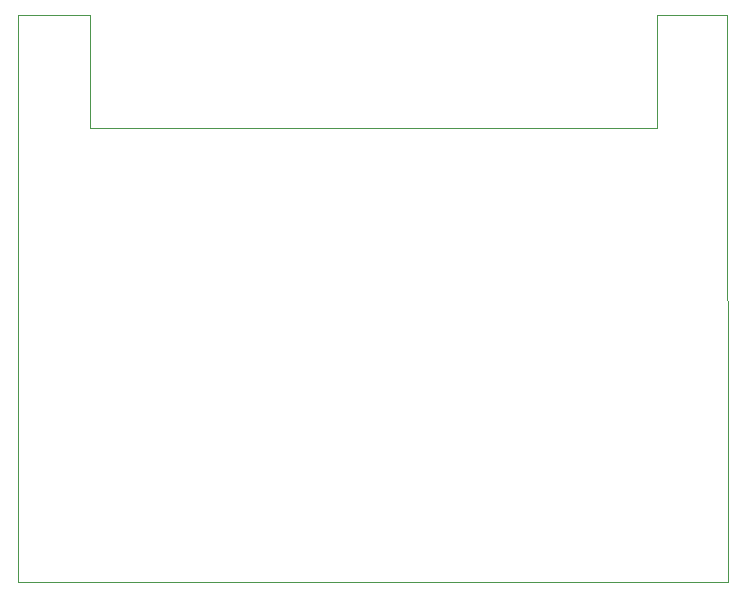
<source format=gbr>
%TF.GenerationSoftware,KiCad,Pcbnew,8.0.1*%
%TF.CreationDate,2024-05-04T23:45:59-07:00*%
%TF.ProjectId,gps_interposer,6770735f-696e-4746-9572-706f7365722e,rev?*%
%TF.SameCoordinates,Original*%
%TF.FileFunction,Profile,NP*%
%FSLAX46Y46*%
G04 Gerber Fmt 4.6, Leading zero omitted, Abs format (unit mm)*
G04 Created by KiCad (PCBNEW 8.0.1) date 2024-05-04 23:45:59*
%MOMM*%
%LPD*%
G01*
G04 APERTURE LIST*
%TA.AperFunction,Profile*%
%ADD10C,0.100000*%
%TD*%
G04 APERTURE END LIST*
D10*
X166000000Y-67000000D02*
X166000000Y-76500000D01*
X214000000Y-76500000D01*
X214000000Y-67000000D01*
X220000000Y-67000000D01*
X220020000Y-114990000D01*
X159970000Y-114990000D01*
X159970000Y-66960000D01*
X166000000Y-67000000D01*
M02*

</source>
